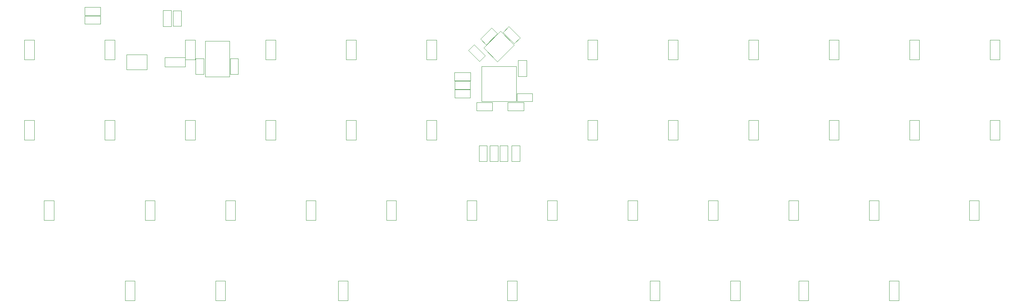
<source format=gbr>
%TF.GenerationSoftware,KiCad,Pcbnew,7.0.6*%
%TF.CreationDate,2023-09-02T22:40:38-04:00*%
%TF.ProjectId,Vault45_alpha,5661756c-7434-4355-9f61-6c7068612e6b,rev?*%
%TF.SameCoordinates,PX18faf56PY663131a*%
%TF.FileFunction,Other,User*%
%FSLAX46Y46*%
G04 Gerber Fmt 4.6, Leading zero omitted, Abs format (unit mm)*
G04 Created by KiCad (PCBNEW 7.0.6) date 2023-09-02 22:40:38*
%MOMM*%
%LPD*%
G01*
G04 APERTURE LIST*
%ADD10C,0.050000*%
G04 APERTURE END LIST*
D10*
X61400630Y25430980D02*
X59100630Y25430980D01*
X61400630Y25430980D02*
X61400630Y30130980D01*
X59100630Y30130980D02*
X59100630Y25430980D01*
X61400630Y30130980D02*
X59100630Y30130980D01*
X113343259Y58453477D02*
X113343259Y56553477D01*
X113343259Y56553477D02*
X117043259Y56553477D01*
X117043259Y58453477D02*
X113343259Y58453477D01*
X117043259Y56553477D02*
X117043259Y58453477D01*
X127431245Y67028283D02*
X123471447Y63068485D01*
X124178553Y70280975D02*
X127431245Y67028283D01*
X123471447Y63068485D02*
X120218755Y66321177D01*
X120218755Y66321177D02*
X124178553Y70280975D01*
X44263910Y71450201D02*
X46223910Y71450201D01*
X46223910Y71450201D02*
X46223910Y75210201D01*
X44263910Y75210201D02*
X44263910Y71450201D01*
X46223910Y75210201D02*
X44263910Y75210201D01*
X80451418Y25430980D02*
X78151418Y25430980D01*
X80451418Y25430980D02*
X80451418Y30130980D01*
X78151418Y30130980D02*
X78151418Y25430980D01*
X80451418Y30130980D02*
X78151418Y30130980D01*
X161884532Y6380980D02*
X159584532Y6380980D01*
X161884532Y6380980D02*
X161884532Y11080980D01*
X159584532Y11080980D02*
X159584532Y6380980D01*
X161884532Y11080980D02*
X159584532Y11080980D01*
X242376512Y44480980D02*
X240076512Y44480980D01*
X242376512Y44480980D02*
X242376512Y49180980D01*
X240076512Y49180980D02*
X240076512Y44480980D01*
X242376512Y49180980D02*
X240076512Y49180980D01*
X166176512Y44480980D02*
X163876512Y44480980D01*
X166176512Y44480980D02*
X166176512Y49180980D01*
X163876512Y49180980D02*
X163876512Y44480980D01*
X166176512Y49180980D02*
X163876512Y49180980D01*
X51868439Y44480980D02*
X49568439Y44480980D01*
X51868439Y44480980D02*
X51868439Y49180980D01*
X49568439Y49180980D02*
X49568439Y44480980D01*
X51868439Y49180980D02*
X49568439Y49180980D01*
X242376512Y63530980D02*
X240076512Y63530980D01*
X242376512Y63530980D02*
X242376512Y68230980D01*
X240076512Y68230980D02*
X240076512Y63530980D01*
X242376512Y68230980D02*
X240076512Y68230980D01*
X128074918Y6380980D02*
X125774918Y6380980D01*
X128074918Y6380980D02*
X128074918Y11080980D01*
X125774918Y11080980D02*
X125774918Y6380980D01*
X128074918Y11080980D02*
X125774918Y11080980D01*
X180934548Y6380980D02*
X178634548Y6380980D01*
X180934548Y6380980D02*
X180934548Y11080980D01*
X178634548Y11080980D02*
X178634548Y6380980D01*
X180934548Y11080980D02*
X178634548Y11080980D01*
X118526250Y53367230D02*
X118526250Y51407230D01*
X118526250Y51407230D02*
X122286250Y51407230D01*
X122286250Y53367230D02*
X118526250Y53367230D01*
X122286250Y51407230D02*
X122286250Y53367230D01*
X131773791Y53607395D02*
X131773791Y55507395D01*
X131773791Y55507395D02*
X128073791Y55507395D01*
X128073791Y53607395D02*
X131773791Y53607395D01*
X128073791Y55507395D02*
X128073791Y53607395D01*
X223326512Y44480980D02*
X221026512Y44480980D01*
X223326512Y44480980D02*
X223326512Y49180980D01*
X221026512Y49180980D02*
X221026512Y44480980D01*
X223326512Y49180980D02*
X221026512Y49180980D01*
X119705000Y61904908D02*
X127945000Y61904908D01*
X119705000Y53664908D02*
X119705000Y61904908D01*
X127945000Y61904908D02*
X127945000Y53664908D01*
X127945000Y53664908D02*
X119705000Y53664908D01*
X42349842Y25430980D02*
X40049842Y25430980D01*
X42349842Y25430980D02*
X42349842Y30130980D01*
X40049842Y30130980D02*
X40049842Y25430980D01*
X42349842Y30130980D02*
X40049842Y30130980D01*
X237489216Y25430980D02*
X235189216Y25430980D01*
X237489216Y25430980D02*
X237489216Y30130980D01*
X235189216Y30130980D02*
X235189216Y25430980D01*
X237489216Y30130980D02*
X235189216Y30130980D01*
X60000000Y67948221D02*
X60000000Y59448221D01*
X54300000Y67948221D02*
X60000000Y67948221D01*
X60000000Y59448221D02*
X54300000Y59448221D01*
X54300000Y59448221D02*
X54300000Y67948221D01*
X119421425Y68419584D02*
X120807354Y67033655D01*
X120807354Y67033655D02*
X123466075Y69692376D01*
X122080146Y71078305D02*
X119421425Y68419584D01*
X123466075Y69692376D02*
X122080146Y71078305D01*
X32819135Y63530980D02*
X30519135Y63530980D01*
X32819135Y63530980D02*
X32819135Y68230980D01*
X30519135Y68230980D02*
X30519135Y63530980D01*
X32819135Y68230980D02*
X30519135Y68230980D01*
X117073259Y58550980D02*
X117073259Y60510980D01*
X117073259Y60510980D02*
X113313259Y60510980D01*
X113313259Y58550980D02*
X117073259Y58550980D01*
X113313259Y60510980D02*
X113313259Y58550980D01*
X13769831Y44480980D02*
X11469831Y44480980D01*
X13769831Y44480980D02*
X13769831Y49180980D01*
X11469831Y49180980D02*
X11469831Y44480980D01*
X13769831Y49180980D02*
X11469831Y49180980D01*
X48575160Y75180201D02*
X46675160Y75180201D01*
X46675160Y75180201D02*
X46675160Y71480201D01*
X48575160Y71480201D02*
X48575160Y75180201D01*
X46675160Y71480201D02*
X48575160Y71480201D01*
X197131226Y6380980D02*
X194831226Y6380980D01*
X197131226Y6380980D02*
X197131226Y11080980D01*
X194831226Y11080980D02*
X194831226Y6380980D01*
X197131226Y11080980D02*
X194831226Y11080980D01*
X204276512Y63530980D02*
X201976512Y63530980D01*
X204276512Y63530980D02*
X204276512Y68230980D01*
X201976512Y68230980D02*
X201976512Y63530980D01*
X204276512Y68230980D02*
X201976512Y68230980D01*
X128385549Y59573426D02*
X130345549Y59573426D01*
X130345549Y59573426D02*
X130345549Y63333426D01*
X128385549Y63333426D02*
X128385549Y59573426D01*
X130345549Y63333426D02*
X128385549Y63333426D01*
X70917743Y63530980D02*
X68617743Y63530980D01*
X70917743Y63530980D02*
X70917743Y68230980D01*
X68617743Y68230980D02*
X68617743Y63530980D01*
X70917743Y68230980D02*
X68617743Y68230980D01*
X147126512Y63530980D02*
X144826512Y63530980D01*
X147126512Y63530980D02*
X147126512Y68230980D01*
X144826512Y68230980D02*
X144826512Y63530980D01*
X147126512Y68230980D02*
X144826512Y68230980D01*
X53962857Y63792282D02*
X52002857Y63792282D01*
X52002857Y63792282D02*
X52002857Y60032282D01*
X53962857Y60032282D02*
X53962857Y63792282D01*
X52002857Y60032282D02*
X53962857Y60032282D01*
X109016352Y44480980D02*
X106716352Y44480980D01*
X109016352Y44480980D02*
X109016352Y49180980D01*
X106716352Y49180980D02*
X106716352Y44480980D01*
X109016352Y49180980D02*
X106716352Y49180980D01*
X88065720Y6380980D02*
X85765720Y6380980D01*
X88065720Y6380980D02*
X88065720Y11080980D01*
X85765720Y11080980D02*
X85765720Y6380980D01*
X88065720Y11080980D02*
X85765720Y11080980D01*
X25725112Y73875515D02*
X25725112Y71975515D01*
X25725112Y71975515D02*
X29425112Y71975515D01*
X29425112Y73875515D02*
X25725112Y73875515D01*
X29425112Y71975515D02*
X29425112Y73875515D01*
X223326512Y63530980D02*
X221026512Y63530980D01*
X223326512Y63530980D02*
X223326512Y68230980D01*
X221026512Y68230980D02*
X221026512Y63530980D01*
X223326512Y68230980D02*
X221026512Y68230980D01*
X185226512Y44480980D02*
X182926512Y44480980D01*
X185226512Y44480980D02*
X185226512Y49180980D01*
X182926512Y49180980D02*
X182926512Y44480980D01*
X185226512Y49180980D02*
X182926512Y49180980D01*
X121625590Y39394730D02*
X123585590Y39394730D01*
X123585590Y39394730D02*
X123585590Y43154730D01*
X121625590Y43154730D02*
X121625590Y39394730D01*
X123585590Y43154730D02*
X121625590Y43154730D01*
X125936840Y43124730D02*
X124036840Y43124730D01*
X124036840Y43124730D02*
X124036840Y39424730D01*
X125936840Y39424730D02*
X125936840Y43124730D01*
X124036840Y39424730D02*
X125936840Y39424730D01*
X137603782Y25430980D02*
X135303782Y25430980D01*
X137603782Y25430980D02*
X137603782Y30130980D01*
X135303782Y30130980D02*
X135303782Y25430980D01*
X137603782Y30130980D02*
X135303782Y30130980D01*
X175705358Y25430980D02*
X173405358Y25430980D01*
X175705358Y25430980D02*
X175705358Y30130980D01*
X173405358Y30130980D02*
X173405358Y25430980D01*
X175705358Y30130980D02*
X173405358Y30130980D01*
X29425112Y74059114D02*
X29425112Y75959114D01*
X29425112Y75959114D02*
X25725112Y75959114D01*
X25725112Y74059114D02*
X29425112Y74059114D01*
X25725112Y75959114D02*
X25725112Y74059114D01*
X118552994Y25430980D02*
X116252994Y25430980D01*
X118552994Y25430980D02*
X118552994Y30130980D01*
X116252994Y30130980D02*
X116252994Y25430980D01*
X118552994Y30130980D02*
X116252994Y30130980D01*
X51868439Y63530980D02*
X49568439Y63530980D01*
X51868439Y63530980D02*
X51868439Y68230980D01*
X49568439Y68230980D02*
X49568439Y63530980D01*
X51868439Y68230980D02*
X49568439Y68230980D01*
X204276512Y44480980D02*
X201976512Y44480980D01*
X204276512Y44480980D02*
X204276512Y49180980D01*
X201976512Y49180980D02*
X201976512Y44480980D01*
X204276512Y49180980D02*
X201976512Y49180980D01*
X99502206Y25430980D02*
X97202206Y25430980D01*
X99502206Y25430980D02*
X99502206Y30130980D01*
X97202206Y30130980D02*
X97202206Y25430980D01*
X99502206Y30130980D02*
X97202206Y30130980D01*
X194756146Y25430980D02*
X192456146Y25430980D01*
X194756146Y25430980D02*
X194756146Y30130980D01*
X192456146Y30130980D02*
X192456146Y25430980D01*
X194756146Y30130980D02*
X192456146Y30130980D01*
X35677132Y64749782D02*
X35677132Y61149782D01*
X35677132Y61149782D02*
X40477132Y61149782D01*
X40477132Y64749782D02*
X35677132Y64749782D01*
X40477132Y61149782D02*
X40477132Y64749782D01*
X128743750Y43124730D02*
X126843750Y43124730D01*
X126843750Y43124730D02*
X126843750Y39424730D01*
X128743750Y39424730D02*
X128743750Y43124730D01*
X126843750Y39424730D02*
X128743750Y39424730D01*
X127438278Y67331486D02*
X128824207Y68717415D01*
X128824207Y68717415D02*
X126165486Y71376136D01*
X124779557Y69990207D02*
X127438278Y67331486D01*
X126165486Y71376136D02*
X124779557Y69990207D01*
X213806940Y25430980D02*
X211506940Y25430980D01*
X213806940Y25430980D02*
X213806940Y30130980D01*
X211506940Y30130980D02*
X211506940Y25430980D01*
X213806940Y30130980D02*
X211506940Y30130980D01*
X185226512Y63530980D02*
X182926512Y63530980D01*
X185226512Y63530980D02*
X185226512Y68230980D01*
X182926512Y68230980D02*
X182926512Y63530980D01*
X185226512Y68230980D02*
X182926512Y68230980D01*
X109016352Y63530980D02*
X106716352Y63530980D01*
X109016352Y63530980D02*
X109016352Y68230980D01*
X106716352Y68230980D02*
X106716352Y63530980D01*
X109016352Y68230980D02*
X106716352Y68230980D01*
X44665666Y64069782D02*
X44665666Y61829782D01*
X44665666Y61829782D02*
X49565666Y61829782D01*
X49565666Y64069782D02*
X44665666Y64069782D01*
X49565666Y61829782D02*
X49565666Y64069782D01*
X89967047Y63530980D02*
X87667047Y63530980D01*
X89967047Y63530980D02*
X89967047Y68230980D01*
X87667047Y68230980D02*
X87667047Y63530980D01*
X89967047Y68230980D02*
X87667047Y68230980D01*
X18414032Y25430980D02*
X16114032Y25430980D01*
X18414032Y25430980D02*
X18414032Y30130980D01*
X16114032Y30130980D02*
X16114032Y25430980D01*
X18414032Y30130980D02*
X16114032Y30130980D01*
X59018610Y6380980D02*
X56718610Y6380980D01*
X59018610Y6380980D02*
X59018610Y11080980D01*
X56718610Y11080980D02*
X56718610Y6380980D01*
X59018610Y11080980D02*
X56718610Y11080980D01*
X156654570Y25430980D02*
X154354570Y25430980D01*
X156654570Y25430980D02*
X156654570Y30130980D01*
X154354570Y30130980D02*
X154354570Y25430980D01*
X156654570Y30130980D02*
X154354570Y30130980D01*
X147126512Y44480980D02*
X144826512Y44480980D01*
X147126512Y44480980D02*
X147126512Y49180980D01*
X144826512Y49180980D02*
X144826512Y44480980D01*
X147126512Y49180980D02*
X144826512Y49180980D01*
X89967047Y44480980D02*
X87667047Y44480980D01*
X89967047Y44480980D02*
X89967047Y49180980D01*
X87667047Y49180980D02*
X87667047Y44480980D01*
X89967047Y49180980D02*
X87667047Y49180980D01*
X166176512Y63530980D02*
X163876512Y63530980D01*
X166176512Y63530980D02*
X166176512Y68230980D01*
X163876512Y68230980D02*
X163876512Y63530980D01*
X166176512Y68230980D02*
X163876512Y68230980D01*
X113343259Y56421477D02*
X113343259Y54521477D01*
X113343259Y54521477D02*
X117043259Y54521477D01*
X117043259Y56421477D02*
X113343259Y56421477D01*
X117043259Y54521477D02*
X117043259Y56421477D01*
X60168750Y60099782D02*
X62068750Y60099782D01*
X62068750Y60099782D02*
X62068750Y63799782D01*
X60168750Y63799782D02*
X60168750Y60099782D01*
X62068750Y63799782D02*
X60168750Y63799782D01*
X70917743Y44480980D02*
X68617743Y44480980D01*
X70917743Y44480980D02*
X70917743Y49180980D01*
X68617743Y49180980D02*
X68617743Y44480980D01*
X70917743Y49180980D02*
X68617743Y49180980D01*
X32819135Y44480980D02*
X30519135Y44480980D01*
X32819135Y44480980D02*
X32819135Y49180980D01*
X30519135Y49180980D02*
X30519135Y44480980D01*
X32819135Y49180980D02*
X30519135Y49180980D01*
X119112500Y39424730D02*
X121012500Y39424730D01*
X121012500Y39424730D02*
X121012500Y43124730D01*
X119112500Y43124730D02*
X119112500Y39424730D01*
X121012500Y43124730D02*
X119112500Y43124730D01*
X13769831Y63530980D02*
X11469831Y63530980D01*
X13769831Y63530980D02*
X13769831Y68230980D01*
X11469831Y68230980D02*
X11469831Y63530980D01*
X13769831Y68230980D02*
X11469831Y68230980D01*
X119215280Y63077311D02*
X120601209Y64463240D01*
X120601209Y64463240D02*
X117942488Y67121961D01*
X116556559Y65736032D02*
X119215280Y63077311D01*
X117942488Y67121961D02*
X116556559Y65736032D01*
X129673750Y51407230D02*
X129673750Y53367230D01*
X129673750Y53367230D02*
X125913750Y53367230D01*
X125913750Y51407230D02*
X129673750Y51407230D01*
X125913750Y53367230D02*
X125913750Y51407230D01*
X37587342Y6380980D02*
X35287342Y6380980D01*
X37587342Y6380980D02*
X37587342Y11080980D01*
X35287342Y11080980D02*
X35287342Y6380980D01*
X37587342Y11080980D02*
X35287342Y11080980D01*
X218562494Y6380980D02*
X216262494Y6380980D01*
X218562494Y6380980D02*
X218562494Y11080980D01*
X216262494Y11080980D02*
X216262494Y6380980D01*
X218562494Y11080980D02*
X216262494Y11080980D01*
M02*

</source>
